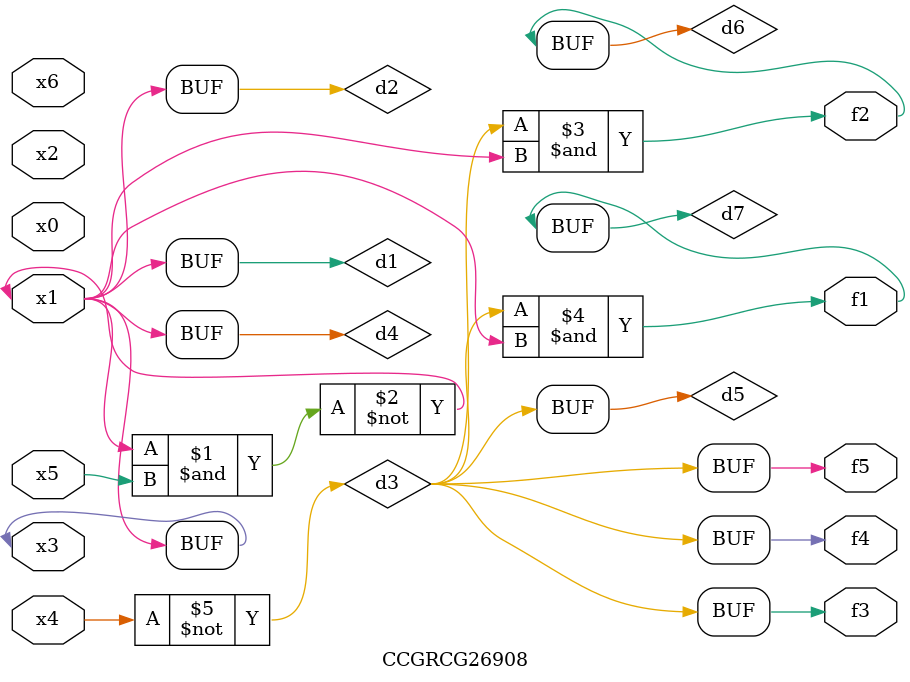
<source format=v>
module CCGRCG26908(
	input x0, x1, x2, x3, x4, x5, x6,
	output f1, f2, f3, f4, f5
);

	wire d1, d2, d3, d4, d5, d6, d7;

	buf (d1, x1, x3);
	nand (d2, x1, x5);
	not (d3, x4);
	buf (d4, d1, d2);
	buf (d5, d3);
	and (d6, d3, d4);
	and (d7, d3, d4);
	assign f1 = d7;
	assign f2 = d6;
	assign f3 = d5;
	assign f4 = d5;
	assign f5 = d5;
endmodule

</source>
